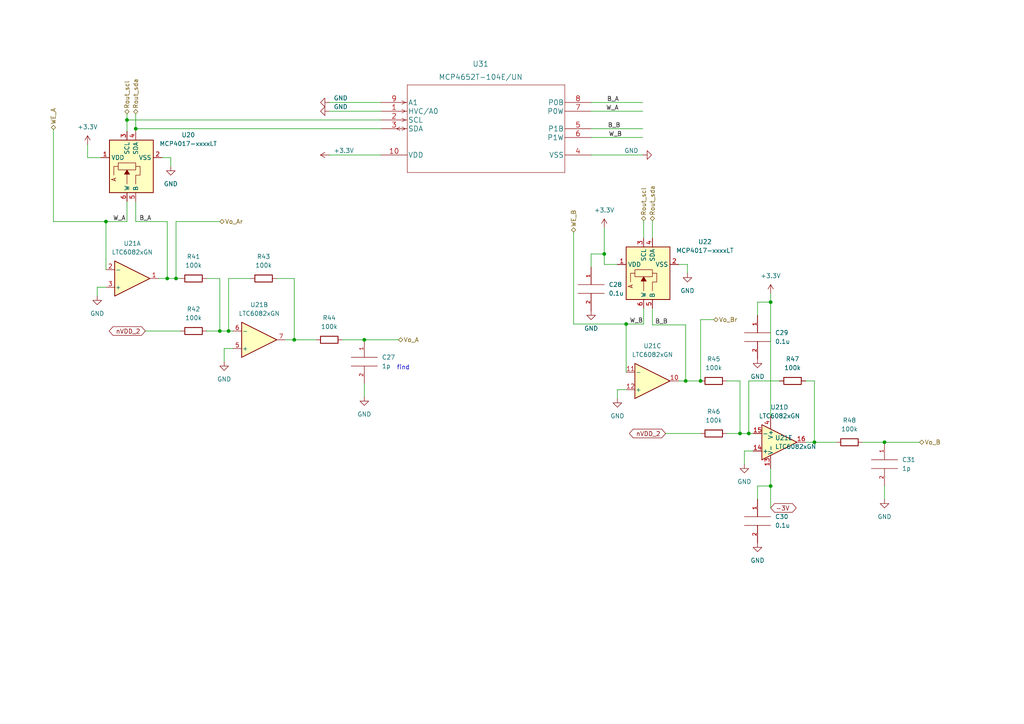
<source format=kicad_sch>
(kicad_sch (version 20211123) (generator eeschema)
  (paper "A4")
  (lib_symbols
    (symbol "Amplifier_Operational:LTC6082xGN" (pin_names (offset 0.127))
      (property "Reference" "U" (at 2.54 5.08 0))
      (property "Value" "LTC6082xGN" (at 5.08 -5.08 0))
      (symbol "LTC6082xGN_1_1"
        (polyline (pts (xy -5.08 5.08) (xy 5.08 0) (xy -5.08 -5.08) (xy -5.08 5.08)) (stroke (width 0.254)) (fill (type background)))
        (pin output line (at 7.62 0 180) (length 2.54) (name "~") (number "1"))
        (pin input line (at -7.62 -2.54 0) (length 2.54) (name "-") (number "2"))
        (pin input line (at -7.62 2.54 0) (length 2.54) (name "+") (number "3"))
        (pin no_connect line (at -2.54 -2.54 90) (length 2.54) hide (name "NC") (number "8"))
        (pin no_connect line (at 0 -2.54 90) (length 2.54) hide (name "NC") (number "9"))
      )
      (symbol "LTC6082xGN_2_1"
        (polyline (pts (xy -5.08 5.08) (xy 5.08 0) (xy -5.08 -5.08) (xy -5.08 5.08)) (stroke (width 0.254)) (fill (type background)))
        (pin input line (at -7.62 2.54 0) (length 2.54) (name "+") (number "5"))
        (pin input line (at -7.62 -2.54 0) (length 2.54) (name "-") (number "6"))
        (pin output line (at 7.62 0 180) (length 2.54) (name "~") (number "7"))
      )
      (symbol "LTC6082xGN_3_1"
        (polyline (pts (xy -5.08 5.08) (xy 5.08 0) (xy -5.08 -5.08) (xy -5.08 5.08)) (stroke (width 0.254)) (fill (type background)))
        (pin output line (at 7.62 0 180) (length 2.54) (name "~") (number "10"))
        (pin input line (at -7.62 -2.54 0) (length 2.54) (name "-") (number "11"))
        (pin input line (at -7.62 2.54 0) (length 2.54) (name "+") (number "12"))
      )
      (symbol "LTC6082xGN_4_1"
        (polyline (pts (xy -5.08 5.08) (xy 5.08 0) (xy -5.08 -5.08) (xy -5.08 5.08)) (stroke (width 0.254)) (fill (type background)))
        (pin input line (at -7.62 2.54 0) (length 2.54) (name "+") (number "14"))
        (pin input line (at -7.62 -2.54 0) (length 2.54) (name "-") (number "15"))
        (pin output line (at 7.62 0 180) (length 2.54) (name "~") (number "16"))
      )
      (symbol "LTC6082xGN_5_1"
        (pin power_in line (at -2.54 -7.62 90) (length 3.81) (name "V-") (number "13"))
        (pin power_in line (at -2.54 7.62 270) (length 3.81) (name "V+") (number "4"))
      )
    )
    (symbol "Device:R" (pin_numbers hide) (pin_names (offset 0))
      (property "Reference" "R" (at 2.032 0 90))
      (property "Value" "R" (at 0 0 90))
      (symbol "R_0_1"
        (rectangle (start -1.016 -2.54) (end 1.016 2.54) (stroke (width 0.254)))
      )
      (symbol "R_1_1"
        (pin passive line (at 0 3.81 270) (length 1.27) (name "~") (number "1"))
        (pin passive line (at 0 -3.81 90) (length 1.27) (name "~") (number "2"))
      )
    )
    (symbol "Potentiometer_Digital:MCP4017-xxxxLT"
      (property "Reference" "U" (at -7.62 8.89 0))
      (property "Value" "MCP4017-xxxxLT" (at 1.27 8.89 0))
      (symbol "MCP4017-xxxxLT_0_0"
        (polyline (pts (xy 0 5.08) (xy 0 6.35) (xy 2.54 6.35)))
        (polyline (pts (xy 5.08 0) (xy 2.54 0) (xy 2.54 -1.27) (xy 0 -1.27) (xy 0 0)))
        (text "A" (at 3.81 6.35 0) (effects (font (size 1.27 1.27))))
      )
      (symbol "MCP4017-xxxxLT_1_1"
        (rectangle (start -7.62 7.62) (end 7.62 -5.08) (stroke (width 0.254)) (fill (type background)))
        (polyline (pts (xy 5.08 2.54) (xy 2.286 2.54)))
        (polyline (pts (xy 2.286 1.778) (xy 2.286 3.302) (xy 1.016 2.54) (xy 2.286 1.778)) (fill (type outline)))
        (rectangle (start 1.016 0) (end -1.016 5.08))
        (pin power_in line (at -2.54 10.16 270) (length 2.54) (name "VDD") (number "1"))
        (pin power_in line (at -2.54 -7.62 90) (length 2.54) (name "VSS") (number "2"))
        (pin input line (at -10.16 2.54 0) (length 2.54) (name "SCL") (number "3"))
        (pin bidirectional line (at -10.16 0 0) (length 2.54) (name "SDA") (number "4"))
        (pin passive line (at 10.16 0 180) (length 2.54) (name "B") (number "5"))
        (pin passive line (at 10.16 2.54 180) (length 2.54) (name "W") (number "6"))
      )
    )
    (symbol "custom:MCP4652T-104E{slash}UN" (pin_names (offset 0.254))
      (property "Reference" "U" (at 30.48 10.16 0))
      (property "Value" "MCP4652T-104E{slash}UN" (at 30.48 7.62 0))
      (symbol "MCP4652T-104E{slash}UN_1_1"
        (polyline (pts (xy 5.5372 -8.128) (xy 4.4958 -7.62)) (stroke (width 0.127)))
        (polyline (pts (xy 5.5372 -7.112) (xy 4.4958 -7.62)) (stroke (width 0.127)))
        (polyline (pts (xy 7.112 -7.62) (xy 6.0452 -8.128)) (stroke (width 0.127)))
        (polyline (pts (xy 7.112 -7.62) (xy 6.0452 -7.112)) (stroke (width 0.127)))
        (polyline (pts (xy 7.112 -5.08) (xy 6.0452 -5.588)) (stroke (width 0.127)))
        (polyline (pts (xy 7.112 -5.08) (xy 6.0452 -4.572)) (stroke (width 0.127)))
        (polyline (pts (xy 7.112 -2.54) (xy 6.0452 -3.048)) (stroke (width 0.127)))
        (polyline (pts (xy 7.112 -2.54) (xy 6.0452 -2.032)) (stroke (width 0.127)))
        (polyline (pts (xy 7.112 0) (xy 6.0452 -0.508)) (stroke (width 0.127)))
        (polyline (pts (xy 7.112 0) (xy 6.0452 0.508)) (stroke (width 0.127)))
        (polyline (pts (xy 7.62 -20.32) (xy 53.34 -20.32)) (stroke (width 0.127)))
        (polyline (pts (xy 7.62 5.08) (xy 7.62 -20.32)) (stroke (width 0.127)))
        (polyline (pts (xy 53.34 -20.32) (xy 53.34 5.08)) (stroke (width 0.127)))
        (polyline (pts (xy 53.34 5.08) (xy 7.62 5.08)) (stroke (width 0.127)))
        (pin input line (at 0 -2.54 0) (length 7.62) (name "HVC/A0") (number "1"))
        (pin power_in line (at 0 -15.24 0) (length 7.62) (name "VDD") (number "10"))
        (pin input line (at 0 -5.08 0) (length 7.62) (name "SCL") (number "2"))
        (pin bidirectional line (at 0 -7.62 0) (length 7.62) (name "SDA") (number "3"))
        (pin power_in line (at 60.96 -15.24 180) (length 7.62) (name "VSS") (number "4"))
        (pin unspecified line (at 60.96 -7.62 180) (length 7.62) (name "P1B") (number "5"))
        (pin unspecified line (at 60.96 -10.16 180) (length 7.62) (name "P1W") (number "6"))
        (pin unspecified line (at 60.96 -2.54 180) (length 7.62) (name "P0W") (number "7"))
        (pin unspecified line (at 60.96 0 180) (length 7.62) (name "P0B") (number "8"))
        (pin input line (at 0 0 0) (length 7.62) (name "A1") (number "9"))
      )
    )
    (symbol "power:+3.3V" (power) (pin_names (offset 0))
      (property "Value" "+3.3V" (at 0 3.556 0))
      (symbol "+3.3V_0_1"
        (polyline (pts (xy -0.762 1.27) (xy 0 2.54)))
        (polyline (pts (xy 0 0) (xy 0 2.54)))
        (polyline (pts (xy 0 2.54) (xy 0.762 1.27)))
      )
      (symbol "+3.3V_1_1"
        (pin power_in line (at 0 0 90) (length 0) hide (name "+3.3V") (number "1"))
      )
    )
    (symbol "power:GND" (power) (pin_names (offset 0))
      (property "Value" "GND" (at 0 -3.81 0))
      (symbol "GND_0_1"
        (polyline (pts (xy 0 0) (xy 0 -1.27) (xy 1.27 -1.27) (xy 0 -2.54) (xy -1.27 -1.27) (xy 0 -1.27)))
      )
      (symbol "GND_1_1"
        (pin power_in line (at 0 0 270) (length 0) hide (name "GND") (number "1"))
      )
    )
    (symbol "pspice:C" (pin_names (offset 0.254))
      (property "Reference" "C" (at 2.54 3.81 90))
      (property "Value" "C" (at 2.54 -3.81 90))
      (symbol "C_0_1"
        (polyline (pts (xy -3.81 -1.27) (xy 3.81 -1.27)))
        (polyline (pts (xy -3.81 1.27) (xy 3.81 1.27)))
      )
      (symbol "C_1_1"
        (pin passive line (at 0 6.35 270) (length 5.08) (name "~") (number "1"))
        (pin passive line (at 0 -6.35 90) (length 5.08) (name "~") (number "2"))
      )
    )
  )
  (junction (at 223.52 87.63))
  (junction (at 48.514 80.772))
  (junction (at 105.664 98.552))
  (junction (at 36.83 34.798))
  (junction (at 30.734 64.262))
  (junction (at 175.26 73.66))
  (junction (at 236.22 128.27))
  (junction (at 85.344 98.552))
  (junction (at 223.52 140.97))
  (junction (at 51.054 80.772))
  (junction (at 217.17 125.73))
  (junction (at 181.61 93.98))
  (junction (at 39.37 37.338))
  (junction (at 256.54 128.27))
  (junction (at 203.2 110.49))
  (junction (at 198.882 110.49))
  (junction (at 214.63 125.73))
  (junction (at 66.294 96.012))
  (junction (at 63.754 96.012))
  (wire (pts (xy 36.83 64.262) (xy 30.734 64.262)))
  (wire (pts (xy 42.164 96.012) (xy 52.324 96.012)))
  (wire (pts (xy 226.06 110.49) (xy 217.17 110.49)))
  (wire (pts (xy 179.07 113.03) (xy 181.61 113.03)))
  (wire (pts (xy 219.71 87.63) (xy 223.52 87.63)))
  (wire (pts (xy 59.944 96.012) (xy 63.754 96.012)))
  (wire (pts (xy 36.83 33.02) (xy 36.83 34.798)))
  (wire (pts (xy 219.71 91.44) (xy 219.71 87.63)))
  (wire (pts (xy 171.45 39.878) (xy 186.436 39.878)))
  (wire (pts (xy 223.52 85.09) (xy 223.52 87.63)))
  (wire (pts (xy 233.68 128.27) (xy 236.22 128.27)))
  (wire (pts (xy 65.024 101.092) (xy 65.024 104.902)))
  (wire (pts (xy 166.37 67.31) (xy 166.37 93.98)))
  (wire (pts (xy 171.45 37.338) (xy 186.436 37.338)))
  (wire (pts (xy 15.494 37.592) (xy 15.494 64.262)))
  (wire (pts (xy 236.22 110.49) (xy 233.68 110.49)))
  (wire (pts (xy 85.344 98.552) (xy 91.694 98.552)))
  (wire (pts (xy 39.37 37.338) (xy 39.37 38.1)))
  (wire (pts (xy 219.71 140.97) (xy 223.52 140.97)))
  (wire (pts (xy 189.23 94.234) (xy 198.882 94.234)))
  (wire (pts (xy 49.53 48.26) (xy 49.53 45.72)))
  (wire (pts (xy 51.054 64.262) (xy 63.754 64.262)))
  (wire (pts (xy 99.314 98.552) (xy 105.664 98.552)))
  (wire (pts (xy 199.39 76.708) (xy 196.85 76.708)))
  (wire (pts (xy 30.734 64.262) (xy 30.734 78.232)))
  (wire (pts (xy 210.82 110.49) (xy 214.63 110.49)))
  (wire (pts (xy 25.4 41.91) (xy 25.4 45.72)))
  (wire (pts (xy 186.69 64.008) (xy 186.69 69.088)))
  (wire (pts (xy 49.53 45.72) (xy 46.99 45.72)))
  (wire (pts (xy 218.44 130.81) (xy 215.9 130.81)))
  (wire (pts (xy 175.26 66.04) (xy 175.26 73.66)))
  (wire (pts (xy 25.4 45.72) (xy 29.21 45.72)))
  (wire (pts (xy 223.52 140.97) (xy 223.52 147.32)))
  (wire (pts (xy 48.514 80.772) (xy 51.054 80.772)))
  (wire (pts (xy 28.194 83.312) (xy 30.734 83.312)))
  (wire (pts (xy 30.734 64.262) (xy 15.494 64.262)))
  (wire (pts (xy 51.054 80.772) (xy 51.054 64.262)))
  (wire (pts (xy 39.37 37.338) (xy 110.49 37.338)))
  (wire (pts (xy 223.52 135.89) (xy 223.52 140.97)))
  (wire (pts (xy 45.974 80.772) (xy 48.514 80.772)))
  (wire (pts (xy 217.17 110.49) (xy 217.17 125.73)))
  (wire (pts (xy 198.882 94.234) (xy 198.882 110.49)))
  (wire (pts (xy 217.17 125.73) (xy 218.44 125.73)))
  (wire (pts (xy 181.61 93.98) (xy 166.37 93.98)))
  (wire (pts (xy 171.45 77.47) (xy 171.45 73.66)))
  (wire (pts (xy 236.22 128.27) (xy 236.22 110.49)))
  (wire (pts (xy 193.04 125.73) (xy 203.2 125.73)))
  (wire (pts (xy 171.45 32.258) (xy 186.436 32.258)))
  (wire (pts (xy 95.504 29.718) (xy 110.49 29.718)))
  (wire (pts (xy 186.69 89.408) (xy 186.69 93.98)))
  (wire (pts (xy 39.37 58.42) (xy 39.37 64.262)))
  (wire (pts (xy 186.69 93.98) (xy 181.61 93.98)))
  (wire (pts (xy 95.504 44.958) (xy 110.49 44.958)))
  (wire (pts (xy 48.514 64.262) (xy 48.514 80.772)))
  (wire (pts (xy 66.294 96.012) (xy 67.564 96.012)))
  (wire (pts (xy 198.882 110.49) (xy 203.2 110.49)))
  (wire (pts (xy 67.564 101.092) (xy 65.024 101.092)))
  (wire (pts (xy 181.61 107.95) (xy 181.61 93.98)))
  (wire (pts (xy 219.71 144.78) (xy 219.71 140.97)))
  (wire (pts (xy 203.2 110.49) (xy 203.2 92.71)))
  (wire (pts (xy 85.344 80.772) (xy 80.264 80.772)))
  (wire (pts (xy 63.754 80.772) (xy 63.754 96.012)))
  (wire (pts (xy 214.63 125.73) (xy 217.17 125.73)))
  (wire (pts (xy 85.344 98.552) (xy 85.344 80.772)))
  (wire (pts (xy 72.644 80.772) (xy 66.294 80.772)))
  (wire (pts (xy 256.54 128.27) (xy 266.7 128.27)))
  (wire (pts (xy 236.22 128.27) (xy 242.57 128.27)))
  (wire (pts (xy 210.82 125.73) (xy 214.63 125.73)))
  (wire (pts (xy 196.85 110.49) (xy 198.882 110.49)))
  (wire (pts (xy 175.26 76.708) (xy 179.07 76.708)))
  (wire (pts (xy 39.37 64.262) (xy 48.514 64.262)))
  (wire (pts (xy 36.83 34.798) (xy 110.49 34.798)))
  (wire (pts (xy 36.83 34.798) (xy 36.83 38.1)))
  (wire (pts (xy 199.39 79.248) (xy 199.39 76.708)))
  (wire (pts (xy 189.23 64.008) (xy 189.23 69.088)))
  (wire (pts (xy 105.664 111.252) (xy 105.664 115.062)))
  (wire (pts (xy 82.804 98.552) (xy 85.344 98.552)))
  (wire (pts (xy 189.23 89.408) (xy 189.23 94.234)))
  (wire (pts (xy 39.37 33.02) (xy 39.37 37.338)))
  (wire (pts (xy 66.294 80.772) (xy 66.294 96.012)))
  (wire (pts (xy 215.9 130.81) (xy 215.9 134.62)))
  (wire (pts (xy 179.07 115.57) (xy 179.07 113.03)))
  (wire (pts (xy 105.664 98.552) (xy 115.57 98.552)))
  (wire (pts (xy 203.2 92.71) (xy 207.01 92.71)))
  (wire (pts (xy 95.504 32.258) (xy 110.49 32.258)))
  (wire (pts (xy 28.194 85.852) (xy 28.194 83.312)))
  (wire (pts (xy 214.63 110.49) (xy 214.63 125.73)))
  (wire (pts (xy 59.944 80.772) (xy 63.754 80.772)))
  (wire (pts (xy 171.45 29.718) (xy 186.436 29.718)))
  (wire (pts (xy 36.83 58.42) (xy 36.83 64.262)))
  (wire (pts (xy 63.754 96.012) (xy 66.294 96.012)))
  (wire (pts (xy 171.45 44.958) (xy 186.436 44.958)))
  (wire (pts (xy 256.54 140.97) (xy 256.54 144.78)))
  (wire (pts (xy 51.054 80.772) (xy 52.324 80.772)))
  (wire (pts (xy 175.26 73.66) (xy 175.26 76.708)))
  (wire (pts (xy 223.52 87.63) (xy 223.52 120.65)))
  (wire (pts (xy 250.19 128.27) (xy 256.54 128.27)))
  (wire (pts (xy 171.45 73.66) (xy 175.26 73.66)))
  (text "find" (at 115.062 107.442 0) (effects (font (size 1.27 1.27)) (justify left bottom)))
  (label "W_A" (at 32.766 64.262 0))
  (label "W_A" (at 175.768 32.258 0))
  (label "B_B" (at 176.276 37.338 0))
  (label "W_B" (at 176.53 39.878 0))
  (label "B_A" (at 176.022 29.718 0))
  (label "B_A" (at 40.386 64.262 0))
  (label "W_B" (at 182.626 93.98 0))
  (label "B_B" (at 189.992 94.234 0))
  (global_label "-3V" (shape bidirectional) (at 223.52 147.32 0) (property "Intersheet References" "${INTERSHEET_REFS}" (effects hide)))
  (global_label "nVDD_2" (shape bidirectional) (at 193.04 125.73 180) (property "Intersheet References" "${INTERSHEET_REFS}" (effects hide)))
  (global_label "nVDD_2" (shape bidirectional) (at 42.164 96.012 180) (property "Intersheet References" "${INTERSHEET_REFS}" (effects hide)))
  (hierarchical_label "WE_A" (shape bidirectional) (at 15.494 37.592 90))
  (hierarchical_label "Vo_A" (shape bidirectional) (at 115.57 98.552 0))
  (hierarchical_label "Rout_sda" (shape bidirectional) (at 39.37 33.02 90))
  (hierarchical_label "Rout_scl" (shape bidirectional) (at 36.83 33.02 90))
  (hierarchical_label "Vo_B" (shape bidirectional) (at 266.7 128.27 0))
  (hierarchical_label "Vo_Ar" (shape bidirectional) (at 63.754 64.262 0))
  (hierarchical_label "WE_B" (shape bidirectional) (at 166.37 67.31 90))
  (hierarchical_label "Rout_scl" (shape bidirectional) (at 186.69 64.008 90))
  (hierarchical_label "Rout_sda" (shape bidirectional) (at 189.23 64.008 90))
  (hierarchical_label "Vo_Br" (shape bidirectional) (at 207.01 92.71 0))
  (symbol (lib_id "Amplifier_Operational:LTC6082xGN") (at 189.23 110.49 0) (mirror x) (unit 3)
    (property "Reference" "U21" (at 189.23 100.33 0))
    (property "Value" "LTC6082xGN" (at 189.23 102.87 0))
    (property "Footprint" "Package_SO:SSOP-16_3.9x4.9mm_P0.635mm" (effects hide))
    (property "Datasheet" "https://www.analog.com/media/en/technical-documentation/data-sheets/60812fd.pdf" (effects hide))
  )
  (symbol (lib_id "pspice:C") (at 256.54 134.62 0) (unit 1)
    (property "Reference" "C31" (at 261.62 133.3499 0) (effects (justify left)))
    (property "Value" "1p" (at 261.62 135.8899 0) (effects (justify left)))
    (property "Footprint" "Capacitor_SMD:C_0805_2012Metric_Pad1.18x1.45mm_HandSolder" (effects hide))
  )
  (symbol (lib_id "power:GND") (at 219.71 104.14 0) (unit 1)
    (property "Reference" "#PWR0124" (effects hide))
    (property "Value" "GND" (at 219.71 109.22 0))
  )
  (symbol (lib_id "Device:R") (at 229.87 110.49 90) (unit 1)
    (property "Reference" "R47" (at 229.87 104.14 90))
    (property "Value" "100k" (at 229.87 106.68 90))
    (property "Footprint" "Resistor_SMD:R_0805_2012Metric_Pad1.20x1.40mm_HandSolder" (effects hide))
  )
  (symbol (lib_id "Amplifier_Operational:LTC6082xGN") (at 226.06 128.27 0) (unit 5)
    (property "Reference" "U21" (at 224.79 126.9999 0) (effects (justify left)))
    (property "Value" "LTC6082xGN" (at 224.79 129.5399 0) (effects (justify left)))
    (property "Footprint" "Package_SO:SSOP-16_3.9x4.9mm_P0.635mm" (effects hide))
    (property "Datasheet" "https://www.analog.com/media/en/technical-documentation/data-sheets/60812fd.pdf" (effects hide))
  )
  (symbol (lib_id "power:GND") (at 215.9 134.62 0) (unit 1)
    (property "Reference" "#PWR0123" (effects hide))
    (property "Value" "GND" (at 215.9 139.7 0))
  )
  (symbol (lib_id "Potentiometer_Digital:MCP4017-xxxxLT") (at 189.23 79.248 90) (mirror x) (unit 1)
    (property "Reference" "U22" (at 204.47 70.1292 90))
    (property "Value" "MCP4017-xxxxLT" (at 204.47 72.6692 90))
    (property "Footprint" "Package_TO_SOT_SMD:SOT-363_SC-70-6" (effects hide))
    (property "Datasheet" "http://ww1.microchip.com/downloads/en/DeviceDoc/22147a.pdf" (effects hide))
  )
  (symbol (lib_id "power:GND") (at 256.54 144.78 0) (unit 1)
    (property "Reference" "#PWR0127" (effects hide))
    (property "Value" "GND" (at 256.54 149.86 0))
  )
  (symbol (lib_id "power:GND") (at 49.53 48.26 0) (unit 1)
    (property "Reference" "#PWR0116" (effects hide))
    (property "Value" "GND" (at 49.53 53.34 0))
  )
  (symbol (lib_id "Device:R") (at 95.504 98.552 90) (unit 1)
    (property "Reference" "R44" (at 95.504 92.202 90))
    (property "Value" "100k" (at 95.504 94.742 90))
    (property "Footprint" "Resistor_SMD:R_0805_2012Metric_Pad1.20x1.40mm_HandSolder" (effects hide))
  )
  (symbol (lib_id "power:GND") (at 219.71 157.48 0) (unit 1)
    (property "Reference" "#PWR0125" (effects hide))
    (property "Value" "GND" (at 219.71 162.56 0))
  )
  (symbol (lib_id "Amplifier_Operational:LTC6082xGN") (at 226.06 128.27 0) (mirror x) (unit 4)
    (property "Reference" "U21" (at 226.06 118.11 0))
    (property "Value" "LTC6082xGN" (at 226.06 120.65 0))
    (property "Footprint" "Package_SO:SSOP-16_3.9x4.9mm_P0.635mm" (effects hide))
    (property "Datasheet" "https://www.analog.com/media/en/technical-documentation/data-sheets/60812fd.pdf" (effects hide))
  )
  (symbol (lib_id "Amplifier_Operational:LTC6082xGN") (at 38.354 80.772 0) (mirror x) (unit 1)
    (property "Reference" "U21" (at 38.354 70.612 0))
    (property "Value" "LTC6082xGN" (at 38.354 73.152 0))
    (property "Footprint" "Package_SO:SSOP-16_3.9x4.9mm_P0.635mm" (effects hide))
    (property "Datasheet" "https://www.analog.com/media/en/technical-documentation/data-sheets/60812fd.pdf" (effects hide))
  )
  (symbol (lib_id "power:GND") (at 95.504 29.718 270) (unit 1)
    (property "Reference" "#PWR0224" (effects hide))
    (property "Value" "GND" (at 96.774 28.448 90) (effects (justify left)))
  )
  (symbol (lib_id "custom:MCP4652T-104E{slash}UN") (at 110.49 29.718 0) (unit 1)
    (property "Reference" "U31" (at 139.4079 18.542 0) (effects (font (size 1.524 1.524))))
    (property "Value" "MCP4652T-104E/UN" (at 139.4079 22.352 0) (effects (font (size 1.524 1.524))))
    (property "Footprint" "custom:MCP4652T-104E&slash_UN" (effects hide))
  )
  (symbol (lib_id "Device:R") (at 207.01 110.49 90) (unit 1)
    (property "Reference" "R45" (at 207.01 104.14 90))
    (property "Value" "100k" (at 207.01 106.68 90))
    (property "Footprint" "Resistor_SMD:R_0805_2012Metric_Pad1.20x1.40mm_HandSolder" (effects hide))
  )
  (symbol (lib_id "power:GND") (at 179.07 115.57 0) (unit 1)
    (property "Reference" "#PWR0121" (effects hide))
    (property "Value" "GND" (at 179.07 120.65 0))
  )
  (symbol (lib_id "power:GND") (at 171.45 90.17 0) (unit 1)
    (property "Reference" "#PWR0119" (effects hide))
    (property "Value" "GND" (at 171.45 95.25 0))
  )
  (symbol (lib_id "power:+3.3V") (at 25.4 41.91 0) (unit 1)
    (property "Reference" "#PWR0189" (effects hide))
    (property "Value" "+3.3V" (at 25.4 36.83 0))
  )
  (symbol (lib_id "Device:R") (at 246.38 128.27 90) (unit 1)
    (property "Reference" "R48" (at 246.38 121.92 90))
    (property "Value" "100k" (at 246.38 124.46 90))
    (property "Footprint" "Resistor_SMD:R_0805_2012Metric_Pad1.20x1.40mm_HandSolder" (effects hide))
  )
  (symbol (lib_id "power:GND") (at 105.664 115.062 0) (unit 1)
    (property "Reference" "#PWR0118" (effects hide))
    (property "Value" "GND" (at 105.664 120.142 0))
  )
  (symbol (lib_id "power:GND") (at 186.436 44.958 90) (mirror x) (unit 1)
    (property "Reference" "#PWR0225" (effects hide))
    (property "Value" "GND" (at 185.166 43.688 90) (effects (justify left)))
  )
  (symbol (lib_id "Potentiometer_Digital:MCP4017-xxxxLT") (at 39.37 48.26 90) (mirror x) (unit 1)
    (property "Reference" "U20" (at 54.61 39.1412 90))
    (property "Value" "MCP4017-xxxxLT" (at 54.61 41.6812 90))
    (property "Footprint" "Package_TO_SOT_SMD:SOT-363_SC-70-6" (effects hide))
    (property "Datasheet" "http://ww1.microchip.com/downloads/en/DeviceDoc/22147a.pdf" (effects hide))
  )
  (symbol (lib_id "Device:R") (at 207.01 125.73 90) (unit 1)
    (property "Reference" "R46" (at 207.01 119.38 90))
    (property "Value" "100k" (at 207.01 121.92 90))
    (property "Footprint" "Resistor_SMD:R_0805_2012Metric_Pad1.20x1.40mm_HandSolder" (effects hide))
  )
  (symbol (lib_id "Device:R") (at 56.134 96.012 90) (unit 1)
    (property "Reference" "R42" (at 56.134 89.662 90))
    (property "Value" "100k" (at 56.134 92.202 90))
    (property "Footprint" "Resistor_SMD:R_0805_2012Metric_Pad1.20x1.40mm_HandSolder" (effects hide))
  )
  (symbol (lib_id "power:+3.3V") (at 95.504 44.958 90) (unit 1)
    (property "Reference" "#PWR0223" (effects hide))
    (property "Value" "+3.3V" (at 96.774 43.688 90) (effects (justify right)))
  )
  (symbol (lib_id "power:GND") (at 95.504 32.258 270) (unit 1)
    (property "Reference" "#PWR0222" (effects hide))
    (property "Value" "GND" (at 96.774 30.988 90) (effects (justify left)))
  )
  (symbol (lib_id "power:+3.3V") (at 223.52 85.09 0) (unit 1)
    (property "Reference" "#PWR0188" (effects hide))
    (property "Value" "+3.3V" (at 223.52 80.01 0))
  )
  (symbol (lib_id "Amplifier_Operational:LTC6082xGN") (at 75.184 98.552 0) (mirror x) (unit 2)
    (property "Reference" "U21" (at 75.184 88.392 0))
    (property "Value" "LTC6082xGN" (at 75.184 90.932 0))
    (property "Footprint" "Package_SO:SSOP-16_3.9x4.9mm_P0.635mm" (effects hide))
    (property "Datasheet" "https://www.analog.com/media/en/technical-documentation/data-sheets/60812fd.pdf" (effects hide))
  )
  (symbol (lib_id "power:GND") (at 199.39 79.248 0) (unit 1)
    (property "Reference" "#PWR0122" (effects hide))
    (property "Value" "GND" (at 199.39 84.328 0))
  )
  (symbol (lib_id "pspice:C") (at 171.45 83.82 0) (unit 1)
    (property "Reference" "C28" (at 176.53 82.5499 0) (effects (justify left)))
    (property "Value" "0.1u" (at 176.53 85.0899 0) (effects (justify left)))
    (property "Footprint" "Capacitor_SMD:C_0805_2012Metric_Pad1.18x1.45mm_HandSolder" (effects hide))
  )
  (symbol (lib_id "pspice:C") (at 219.71 97.79 0) (unit 1)
    (property "Reference" "C29" (at 224.79 96.5199 0) (effects (justify left)))
    (property "Value" "0.1u" (at 224.79 99.0599 0) (effects (justify left)))
    (property "Footprint" "Capacitor_SMD:C_0805_2012Metric_Pad1.18x1.45mm_HandSolder" (effects hide))
  )
  (symbol (lib_id "power:+3.3V") (at 175.26 66.04 0) (unit 1)
    (property "Reference" "#PWR0190" (effects hide))
    (property "Value" "+3.3V" (at 175.26 60.96 0))
  )
  (symbol (lib_id "pspice:C") (at 105.664 104.902 0) (unit 1)
    (property "Reference" "C27" (at 110.744 103.6319 0) (effects (justify left)))
    (property "Value" "1p" (at 110.744 106.1719 0) (effects (justify left)))
    (property "Footprint" "Capacitor_SMD:C_0805_2012Metric_Pad1.18x1.45mm_HandSolder" (effects hide))
  )
  (symbol (lib_id "power:GND") (at 65.024 104.902 0) (unit 1)
    (property "Reference" "#PWR0117" (effects hide))
    (property "Value" "GND" (at 65.024 109.982 0))
  )
  (symbol (lib_id "power:GND") (at 28.194 85.852 0) (unit 1)
    (property "Reference" "#PWR0115" (effects hide))
    (property "Value" "GND" (at 28.194 90.932 0))
  )
  (symbol (lib_id "Device:R") (at 56.134 80.772 90) (unit 1)
    (property "Reference" "R41" (at 56.134 74.422 90))
    (property "Value" "100k" (at 56.134 76.962 90))
    (property "Footprint" "Resistor_SMD:R_0805_2012Metric_Pad1.20x1.40mm_HandSolder" (effects hide))
  )
  (symbol (lib_id "pspice:C") (at 219.71 151.13 0) (unit 1)
    (property "Reference" "C30" (at 224.79 149.8599 0) (effects (justify left)))
    (property "Value" "0.1u" (at 224.79 152.3999 0) (effects (justify left)))
    (property "Footprint" "Capacitor_SMD:C_0805_2012Metric_Pad1.18x1.45mm_HandSolder" (effects hide))
  )
  (symbol (lib_id "Device:R") (at 76.454 80.772 90) (unit 1)
    (property "Reference" "R43" (at 76.454 74.422 90))
    (property "Value" "100k" (at 76.454 76.962 90))
    (property "Footprint" "Resistor_SMD:R_0805_2012Metric_Pad1.20x1.40mm_HandSolder" (effects hide))
  )
)
</source>
